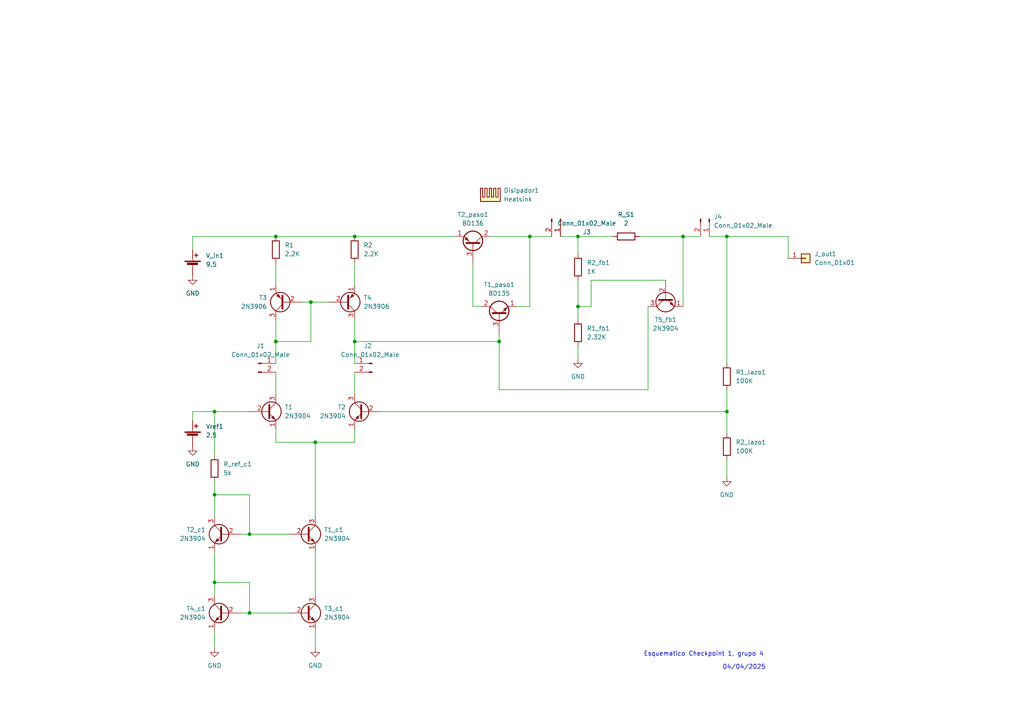
<source format=kicad_sch>
(kicad_sch (version 20211123) (generator eeschema)

  (uuid c0c98a60-d231-4430-b97d-72aee9277589)

  (paper "A4")

  (lib_symbols
    (symbol "Connector:Conn_01x02_Male" (pin_names (offset 1.016) hide) (in_bom yes) (on_board yes)
      (property "Reference" "J" (id 0) (at 0 2.54 0)
        (effects (font (size 1.27 1.27)))
      )
      (property "Value" "Conn_01x02_Male" (id 1) (at 0 -5.08 0)
        (effects (font (size 1.27 1.27)))
      )
      (property "Footprint" "" (id 2) (at 0 0 0)
        (effects (font (size 1.27 1.27)) hide)
      )
      (property "Datasheet" "~" (id 3) (at 0 0 0)
        (effects (font (size 1.27 1.27)) hide)
      )
      (property "ki_keywords" "connector" (id 4) (at 0 0 0)
        (effects (font (size 1.27 1.27)) hide)
      )
      (property "ki_description" "Generic connector, single row, 01x02, script generated (kicad-library-utils/schlib/autogen/connector/)" (id 5) (at 0 0 0)
        (effects (font (size 1.27 1.27)) hide)
      )
      (property "ki_fp_filters" "Connector*:*_1x??_*" (id 6) (at 0 0 0)
        (effects (font (size 1.27 1.27)) hide)
      )
      (symbol "Conn_01x02_Male_1_1"
        (polyline
          (pts
            (xy 1.27 -2.54)
            (xy 0.8636 -2.54)
          )
          (stroke (width 0.1524) (type default) (color 0 0 0 0))
          (fill (type none))
        )
        (polyline
          (pts
            (xy 1.27 0)
            (xy 0.8636 0)
          )
          (stroke (width 0.1524) (type default) (color 0 0 0 0))
          (fill (type none))
        )
        (rectangle (start 0.8636 -2.413) (end 0 -2.667)
          (stroke (width 0.1524) (type default) (color 0 0 0 0))
          (fill (type outline))
        )
        (rectangle (start 0.8636 0.127) (end 0 -0.127)
          (stroke (width 0.1524) (type default) (color 0 0 0 0))
          (fill (type outline))
        )
        (pin passive line (at 5.08 0 180) (length 3.81)
          (name "Pin_1" (effects (font (size 1.27 1.27))))
          (number "1" (effects (font (size 1.27 1.27))))
        )
        (pin passive line (at 5.08 -2.54 180) (length 3.81)
          (name "Pin_2" (effects (font (size 1.27 1.27))))
          (number "2" (effects (font (size 1.27 1.27))))
        )
      )
    )
    (symbol "Connector_Generic:Conn_01x01" (pin_names (offset 1.016) hide) (in_bom yes) (on_board yes)
      (property "Reference" "J" (id 0) (at 0 2.54 0)
        (effects (font (size 1.27 1.27)))
      )
      (property "Value" "Conn_01x01" (id 1) (at 0 -2.54 0)
        (effects (font (size 1.27 1.27)))
      )
      (property "Footprint" "" (id 2) (at 0 0 0)
        (effects (font (size 1.27 1.27)) hide)
      )
      (property "Datasheet" "~" (id 3) (at 0 0 0)
        (effects (font (size 1.27 1.27)) hide)
      )
      (property "ki_keywords" "connector" (id 4) (at 0 0 0)
        (effects (font (size 1.27 1.27)) hide)
      )
      (property "ki_description" "Generic connector, single row, 01x01, script generated (kicad-library-utils/schlib/autogen/connector/)" (id 5) (at 0 0 0)
        (effects (font (size 1.27 1.27)) hide)
      )
      (property "ki_fp_filters" "Connector*:*_1x??_*" (id 6) (at 0 0 0)
        (effects (font (size 1.27 1.27)) hide)
      )
      (symbol "Conn_01x01_1_1"
        (rectangle (start -1.27 0.127) (end 0 -0.127)
          (stroke (width 0.1524) (type default) (color 0 0 0 0))
          (fill (type none))
        )
        (rectangle (start -1.27 1.27) (end 1.27 -1.27)
          (stroke (width 0.254) (type default) (color 0 0 0 0))
          (fill (type background))
        )
        (pin passive line (at -5.08 0 0) (length 3.81)
          (name "Pin_1" (effects (font (size 1.27 1.27))))
          (number "1" (effects (font (size 1.27 1.27))))
        )
      )
    )
    (symbol "Device:Battery_Cell" (pin_numbers hide) (pin_names (offset 0) hide) (in_bom yes) (on_board yes)
      (property "Reference" "BT" (id 0) (at 2.54 2.54 0)
        (effects (font (size 1.27 1.27)) (justify left))
      )
      (property "Value" "Battery_Cell" (id 1) (at 2.54 0 0)
        (effects (font (size 1.27 1.27)) (justify left))
      )
      (property "Footprint" "" (id 2) (at 0 1.524 90)
        (effects (font (size 1.27 1.27)) hide)
      )
      (property "Datasheet" "~" (id 3) (at 0 1.524 90)
        (effects (font (size 1.27 1.27)) hide)
      )
      (property "ki_keywords" "battery cell" (id 4) (at 0 0 0)
        (effects (font (size 1.27 1.27)) hide)
      )
      (property "ki_description" "Single-cell battery" (id 5) (at 0 0 0)
        (effects (font (size 1.27 1.27)) hide)
      )
      (symbol "Battery_Cell_0_1"
        (rectangle (start -2.286 1.778) (end 2.286 1.524)
          (stroke (width 0) (type default) (color 0 0 0 0))
          (fill (type outline))
        )
        (rectangle (start -1.5748 1.1938) (end 1.4732 0.6858)
          (stroke (width 0) (type default) (color 0 0 0 0))
          (fill (type outline))
        )
        (polyline
          (pts
            (xy 0 0.762)
            (xy 0 0)
          )
          (stroke (width 0) (type default) (color 0 0 0 0))
          (fill (type none))
        )
        (polyline
          (pts
            (xy 0 1.778)
            (xy 0 2.54)
          )
          (stroke (width 0) (type default) (color 0 0 0 0))
          (fill (type none))
        )
        (polyline
          (pts
            (xy 0.508 3.429)
            (xy 1.524 3.429)
          )
          (stroke (width 0.254) (type default) (color 0 0 0 0))
          (fill (type none))
        )
        (polyline
          (pts
            (xy 1.016 3.937)
            (xy 1.016 2.921)
          )
          (stroke (width 0.254) (type default) (color 0 0 0 0))
          (fill (type none))
        )
      )
      (symbol "Battery_Cell_1_1"
        (pin passive line (at 0 5.08 270) (length 2.54)
          (name "+" (effects (font (size 1.27 1.27))))
          (number "1" (effects (font (size 1.27 1.27))))
        )
        (pin passive line (at 0 -2.54 90) (length 2.54)
          (name "-" (effects (font (size 1.27 1.27))))
          (number "2" (effects (font (size 1.27 1.27))))
        )
      )
    )
    (symbol "Device:R" (pin_numbers hide) (pin_names (offset 0)) (in_bom yes) (on_board yes)
      (property "Reference" "R" (id 0) (at 2.032 0 90)
        (effects (font (size 1.27 1.27)))
      )
      (property "Value" "R" (id 1) (at 0 0 90)
        (effects (font (size 1.27 1.27)))
      )
      (property "Footprint" "" (id 2) (at -1.778 0 90)
        (effects (font (size 1.27 1.27)) hide)
      )
      (property "Datasheet" "~" (id 3) (at 0 0 0)
        (effects (font (size 1.27 1.27)) hide)
      )
      (property "ki_keywords" "R res resistor" (id 4) (at 0 0 0)
        (effects (font (size 1.27 1.27)) hide)
      )
      (property "ki_description" "Resistor" (id 5) (at 0 0 0)
        (effects (font (size 1.27 1.27)) hide)
      )
      (property "ki_fp_filters" "R_*" (id 6) (at 0 0 0)
        (effects (font (size 1.27 1.27)) hide)
      )
      (symbol "R_0_1"
        (rectangle (start -1.016 -2.54) (end 1.016 2.54)
          (stroke (width 0.254) (type default) (color 0 0 0 0))
          (fill (type none))
        )
      )
      (symbol "R_1_1"
        (pin passive line (at 0 3.81 270) (length 1.27)
          (name "~" (effects (font (size 1.27 1.27))))
          (number "1" (effects (font (size 1.27 1.27))))
        )
        (pin passive line (at 0 -3.81 90) (length 1.27)
          (name "~" (effects (font (size 1.27 1.27))))
          (number "2" (effects (font (size 1.27 1.27))))
        )
      )
    )
    (symbol "Mechanical:Heatsink" (pin_names (offset 1.016)) (in_bom yes) (on_board yes)
      (property "Reference" "HS" (id 0) (at 0 5.08 0)
        (effects (font (size 1.27 1.27)))
      )
      (property "Value" "Heatsink" (id 1) (at 0 -1.27 0)
        (effects (font (size 1.27 1.27)))
      )
      (property "Footprint" "" (id 2) (at 0.3048 0 0)
        (effects (font (size 1.27 1.27)) hide)
      )
      (property "Datasheet" "~" (id 3) (at 0.3048 0 0)
        (effects (font (size 1.27 1.27)) hide)
      )
      (property "ki_keywords" "thermal heat temperature" (id 4) (at 0 0 0)
        (effects (font (size 1.27 1.27)) hide)
      )
      (property "ki_description" "Heatsink" (id 5) (at 0 0 0)
        (effects (font (size 1.27 1.27)) hide)
      )
      (property "ki_fp_filters" "Heatsink_*" (id 6) (at 0 0 0)
        (effects (font (size 1.27 1.27)) hide)
      )
      (symbol "Heatsink_0_1"
        (polyline
          (pts
            (xy -0.3302 1.27)
            (xy -0.9652 1.27)
            (xy -0.9652 3.81)
            (xy -1.6002 3.81)
            (xy -1.6002 1.27)
            (xy -2.2352 1.27)
            (xy -2.2352 3.81)
            (xy -2.8702 3.81)
            (xy -2.8702 0)
            (xy -0.9652 0)
          )
          (stroke (width 0.254) (type default) (color 0 0 0 0))
          (fill (type background))
        )
        (polyline
          (pts
            (xy -0.3302 1.27)
            (xy -0.3302 3.81)
            (xy 0.3048 3.81)
            (xy 0.3048 1.27)
            (xy 0.9398 1.27)
            (xy 0.9398 3.81)
            (xy 1.5748 3.81)
            (xy 1.5748 1.27)
            (xy 2.2098 1.27)
            (xy 2.2098 3.81)
            (xy 2.8448 3.81)
            (xy 2.8448 0)
            (xy -0.9652 0)
          )
          (stroke (width 0.254) (type default) (color 0 0 0 0))
          (fill (type background))
        )
      )
    )
    (symbol "Transistor_BJT:2N3904" (pin_names (offset 0) hide) (in_bom yes) (on_board yes)
      (property "Reference" "Q" (id 0) (at 5.08 1.905 0)
        (effects (font (size 1.27 1.27)) (justify left))
      )
      (property "Value" "2N3904" (id 1) (at 5.08 0 0)
        (effects (font (size 1.27 1.27)) (justify left))
      )
      (property "Footprint" "Package_TO_SOT_THT:TO-92_Inline" (id 2) (at 5.08 -1.905 0)
        (effects (font (size 1.27 1.27) italic) (justify left) hide)
      )
      (property "Datasheet" "https://www.onsemi.com/pub/Collateral/2N3903-D.PDF" (id 3) (at 0 0 0)
        (effects (font (size 1.27 1.27)) (justify left) hide)
      )
      (property "ki_keywords" "NPN Transistor" (id 4) (at 0 0 0)
        (effects (font (size 1.27 1.27)) hide)
      )
      (property "ki_description" "0.2A Ic, 40V Vce, Small Signal NPN Transistor, TO-92" (id 5) (at 0 0 0)
        (effects (font (size 1.27 1.27)) hide)
      )
      (property "ki_fp_filters" "TO?92*" (id 6) (at 0 0 0)
        (effects (font (size 1.27 1.27)) hide)
      )
      (symbol "2N3904_0_1"
        (polyline
          (pts
            (xy 0.635 0.635)
            (xy 2.54 2.54)
          )
          (stroke (width 0) (type default) (color 0 0 0 0))
          (fill (type none))
        )
        (polyline
          (pts
            (xy 0.635 -0.635)
            (xy 2.54 -2.54)
            (xy 2.54 -2.54)
          )
          (stroke (width 0) (type default) (color 0 0 0 0))
          (fill (type none))
        )
        (polyline
          (pts
            (xy 0.635 1.905)
            (xy 0.635 -1.905)
            (xy 0.635 -1.905)
          )
          (stroke (width 0.508) (type default) (color 0 0 0 0))
          (fill (type none))
        )
        (polyline
          (pts
            (xy 1.27 -1.778)
            (xy 1.778 -1.27)
            (xy 2.286 -2.286)
            (xy 1.27 -1.778)
            (xy 1.27 -1.778)
          )
          (stroke (width 0) (type default) (color 0 0 0 0))
          (fill (type outline))
        )
        (circle (center 1.27 0) (radius 2.8194)
          (stroke (width 0.254) (type default) (color 0 0 0 0))
          (fill (type none))
        )
      )
      (symbol "2N3904_1_1"
        (pin passive line (at 2.54 -5.08 90) (length 2.54)
          (name "E" (effects (font (size 1.27 1.27))))
          (number "1" (effects (font (size 1.27 1.27))))
        )
        (pin passive line (at -5.08 0 0) (length 5.715)
          (name "B" (effects (font (size 1.27 1.27))))
          (number "2" (effects (font (size 1.27 1.27))))
        )
        (pin passive line (at 2.54 5.08 270) (length 2.54)
          (name "C" (effects (font (size 1.27 1.27))))
          (number "3" (effects (font (size 1.27 1.27))))
        )
      )
    )
    (symbol "Transistor_BJT:2N3906" (pin_names (offset 0) hide) (in_bom yes) (on_board yes)
      (property "Reference" "Q" (id 0) (at 5.08 1.905 0)
        (effects (font (size 1.27 1.27)) (justify left))
      )
      (property "Value" "2N3906" (id 1) (at 5.08 0 0)
        (effects (font (size 1.27 1.27)) (justify left))
      )
      (property "Footprint" "Package_TO_SOT_THT:TO-92_Inline" (id 2) (at 5.08 -1.905 0)
        (effects (font (size 1.27 1.27) italic) (justify left) hide)
      )
      (property "Datasheet" "https://www.onsemi.com/pub/Collateral/2N3906-D.PDF" (id 3) (at 0 0 0)
        (effects (font (size 1.27 1.27)) (justify left) hide)
      )
      (property "ki_keywords" "PNP Transistor" (id 4) (at 0 0 0)
        (effects (font (size 1.27 1.27)) hide)
      )
      (property "ki_description" "-0.2A Ic, -40V Vce, Small Signal PNP Transistor, TO-92" (id 5) (at 0 0 0)
        (effects (font (size 1.27 1.27)) hide)
      )
      (property "ki_fp_filters" "TO?92*" (id 6) (at 0 0 0)
        (effects (font (size 1.27 1.27)) hide)
      )
      (symbol "2N3906_0_1"
        (polyline
          (pts
            (xy 0.635 0.635)
            (xy 2.54 2.54)
          )
          (stroke (width 0) (type default) (color 0 0 0 0))
          (fill (type none))
        )
        (polyline
          (pts
            (xy 0.635 -0.635)
            (xy 2.54 -2.54)
            (xy 2.54 -2.54)
          )
          (stroke (width 0) (type default) (color 0 0 0 0))
          (fill (type none))
        )
        (polyline
          (pts
            (xy 0.635 1.905)
            (xy 0.635 -1.905)
            (xy 0.635 -1.905)
          )
          (stroke (width 0.508) (type default) (color 0 0 0 0))
          (fill (type none))
        )
        (polyline
          (pts
            (xy 2.286 -1.778)
            (xy 1.778 -2.286)
            (xy 1.27 -1.27)
            (xy 2.286 -1.778)
            (xy 2.286 -1.778)
          )
          (stroke (width 0) (type default) (color 0 0 0 0))
          (fill (type outline))
        )
        (circle (center 1.27 0) (radius 2.8194)
          (stroke (width 0.254) (type default) (color 0 0 0 0))
          (fill (type none))
        )
      )
      (symbol "2N3906_1_1"
        (pin passive line (at 2.54 -5.08 90) (length 2.54)
          (name "E" (effects (font (size 1.27 1.27))))
          (number "1" (effects (font (size 1.27 1.27))))
        )
        (pin input line (at -5.08 0 0) (length 5.715)
          (name "B" (effects (font (size 1.27 1.27))))
          (number "2" (effects (font (size 1.27 1.27))))
        )
        (pin passive line (at 2.54 5.08 270) (length 2.54)
          (name "C" (effects (font (size 1.27 1.27))))
          (number "3" (effects (font (size 1.27 1.27))))
        )
      )
    )
    (symbol "Transistor_BJT:BD135" (pin_names (offset 0) hide) (in_bom yes) (on_board yes)
      (property "Reference" "Q" (id 0) (at 5.08 1.905 0)
        (effects (font (size 1.27 1.27)) (justify left))
      )
      (property "Value" "BD135" (id 1) (at 5.08 0 0)
        (effects (font (size 1.27 1.27)) (justify left))
      )
      (property "Footprint" "Package_TO_SOT_THT:TO-126-3_Vertical" (id 2) (at 5.08 -1.905 0)
        (effects (font (size 1.27 1.27) italic) (justify left) hide)
      )
      (property "Datasheet" "http://www.st.com/internet/com/TECHNICAL_RESOURCES/TECHNICAL_LITERATURE/DATASHEET/CD00001225.pdf" (id 3) (at 0 0 0)
        (effects (font (size 1.27 1.27)) (justify left) hide)
      )
      (property "ki_keywords" "Low Voltage Transistor" (id 4) (at 0 0 0)
        (effects (font (size 1.27 1.27)) hide)
      )
      (property "ki_description" "1.5A Ic, 45V Vce, Low Voltage Transistor, TO-126" (id 5) (at 0 0 0)
        (effects (font (size 1.27 1.27)) hide)
      )
      (property "ki_fp_filters" "TO?126*" (id 6) (at 0 0 0)
        (effects (font (size 1.27 1.27)) hide)
      )
      (symbol "BD135_0_1"
        (polyline
          (pts
            (xy 0 0)
            (xy 0.635 0)
          )
          (stroke (width 0) (type default) (color 0 0 0 0))
          (fill (type none))
        )
        (polyline
          (pts
            (xy 2.54 -2.54)
            (xy 0.635 -0.635)
          )
          (stroke (width 0) (type default) (color 0 0 0 0))
          (fill (type none))
        )
        (polyline
          (pts
            (xy 2.54 2.54)
            (xy 0.635 0.635)
          )
          (stroke (width 0) (type default) (color 0 0 0 0))
          (fill (type none))
        )
        (polyline
          (pts
            (xy 0.635 1.905)
            (xy 0.635 -1.905)
            (xy 0.635 -1.905)
          )
          (stroke (width 0.508) (type default) (color 0 0 0 0))
          (fill (type outline))
        )
        (polyline
          (pts
            (xy 1.2446 -1.778)
            (xy 1.7526 -1.27)
            (xy 2.286 -2.286)
            (xy 1.2446 -1.778)
            (xy 1.2446 -1.778)
          )
          (stroke (width 0) (type default) (color 0 0 0 0))
          (fill (type outline))
        )
        (circle (center 1.27 0) (radius 2.8194)
          (stroke (width 0.3048) (type default) (color 0 0 0 0))
          (fill (type none))
        )
      )
      (symbol "BD135_1_1"
        (pin passive line (at 2.54 -5.08 90) (length 2.54)
          (name "E" (effects (font (size 1.27 1.27))))
          (number "1" (effects (font (size 1.27 1.27))))
        )
        (pin passive line (at 2.54 5.08 270) (length 2.54)
          (name "C" (effects (font (size 1.27 1.27))))
          (number "2" (effects (font (size 1.27 1.27))))
        )
        (pin input line (at -5.08 0 0) (length 5.08)
          (name "B" (effects (font (size 1.27 1.27))))
          (number "3" (effects (font (size 1.27 1.27))))
        )
      )
    )
    (symbol "Transistor_BJT:BD136" (pin_names (offset 0) hide) (in_bom yes) (on_board yes)
      (property "Reference" "Q" (id 0) (at 5.08 1.905 0)
        (effects (font (size 1.27 1.27)) (justify left))
      )
      (property "Value" "BD136" (id 1) (at 5.08 0 0)
        (effects (font (size 1.27 1.27)) (justify left))
      )
      (property "Footprint" "Package_TO_SOT_THT:TO-126-3_Vertical" (id 2) (at 5.08 -1.905 0)
        (effects (font (size 1.27 1.27) italic) (justify left) hide)
      )
      (property "Datasheet" "http://www.st.com/internet/com/TECHNICAL_RESOURCES/TECHNICAL_LITERATURE/DATASHEET/CD00001225.pdf" (id 3) (at 0 0 0)
        (effects (font (size 1.27 1.27)) (justify left) hide)
      )
      (property "ki_keywords" "Low Voltage Transistor" (id 4) (at 0 0 0)
        (effects (font (size 1.27 1.27)) hide)
      )
      (property "ki_description" "1.5A Ic, 45V Vce, Low Voltage Transistor, TO-126" (id 5) (at 0 0 0)
        (effects (font (size 1.27 1.27)) hide)
      )
      (property "ki_fp_filters" "TO?126*" (id 6) (at 0 0 0)
        (effects (font (size 1.27 1.27)) hide)
      )
      (symbol "BD136_0_1"
        (polyline
          (pts
            (xy 0 0)
            (xy 0.635 0)
          )
          (stroke (width 0) (type default) (color 0 0 0 0))
          (fill (type none))
        )
        (polyline
          (pts
            (xy 2.54 -2.54)
            (xy 0.635 -0.635)
          )
          (stroke (width 0) (type default) (color 0 0 0 0))
          (fill (type none))
        )
        (polyline
          (pts
            (xy 2.54 2.54)
            (xy 0.635 0.635)
          )
          (stroke (width 0) (type default) (color 0 0 0 0))
          (fill (type none))
        )
        (polyline
          (pts
            (xy 0.635 1.905)
            (xy 0.635 -1.905)
            (xy 0.635 -1.905)
          )
          (stroke (width 0.508) (type default) (color 0 0 0 0))
          (fill (type outline))
        )
        (polyline
          (pts
            (xy 1.778 -2.286)
            (xy 2.286 -1.778)
            (xy 1.27 -1.27)
            (xy 1.778 -2.286)
            (xy 1.778 -2.286)
          )
          (stroke (width 0) (type default) (color 0 0 0 0))
          (fill (type outline))
        )
        (circle (center 1.27 0) (radius 2.8194)
          (stroke (width 0.3048) (type default) (color 0 0 0 0))
          (fill (type none))
        )
      )
      (symbol "BD136_1_1"
        (pin passive line (at 2.54 -5.08 90) (length 2.54)
          (name "E" (effects (font (size 1.27 1.27))))
          (number "1" (effects (font (size 1.27 1.27))))
        )
        (pin passive line (at 2.54 5.08 270) (length 2.54)
          (name "C" (effects (font (size 1.27 1.27))))
          (number "2" (effects (font (size 1.27 1.27))))
        )
        (pin input line (at -5.08 0 0) (length 5.08)
          (name "B" (effects (font (size 1.27 1.27))))
          (number "3" (effects (font (size 1.27 1.27))))
        )
      )
    )
    (symbol "power:GND" (power) (pin_names (offset 0)) (in_bom yes) (on_board yes)
      (property "Reference" "#PWR" (id 0) (at 0 -6.35 0)
        (effects (font (size 1.27 1.27)) hide)
      )
      (property "Value" "GND" (id 1) (at 0 -3.81 0)
        (effects (font (size 1.27 1.27)))
      )
      (property "Footprint" "" (id 2) (at 0 0 0)
        (effects (font (size 1.27 1.27)) hide)
      )
      (property "Datasheet" "" (id 3) (at 0 0 0)
        (effects (font (size 1.27 1.27)) hide)
      )
      (property "ki_keywords" "power-flag" (id 4) (at 0 0 0)
        (effects (font (size 1.27 1.27)) hide)
      )
      (property "ki_description" "Power symbol creates a global label with name \"GND\" , ground" (id 5) (at 0 0 0)
        (effects (font (size 1.27 1.27)) hide)
      )
      (symbol "GND_0_1"
        (polyline
          (pts
            (xy 0 0)
            (xy 0 -1.27)
            (xy 1.27 -1.27)
            (xy 0 -2.54)
            (xy -1.27 -1.27)
            (xy 0 -1.27)
          )
          (stroke (width 0) (type default) (color 0 0 0 0))
          (fill (type none))
        )
      )
      (symbol "GND_1_1"
        (pin power_in line (at 0 0 270) (length 0) hide
          (name "GND" (effects (font (size 1.27 1.27))))
          (number "1" (effects (font (size 1.27 1.27))))
        )
      )
    )
  )

  (junction (at 210.82 68.58) (diameter 0) (color 0 0 0 0)
    (uuid 0312c6f6-af96-4944-9429-0a05d48a1fe7)
  )
  (junction (at 62.23 143.51) (diameter 0) (color 0 0 0 0)
    (uuid 182fb48a-7dd4-494d-97e2-ef3251b97c4c)
  )
  (junction (at 102.87 68.58) (diameter 0) (color 0 0 0 0)
    (uuid 1eb742ce-29ab-4476-8c2d-73535b88dc73)
  )
  (junction (at 153.67 68.58) (diameter 0) (color 0 0 0 0)
    (uuid 235dae2a-f406-4ca8-a7bc-847adb43e019)
  )
  (junction (at 167.64 88.9) (diameter 0) (color 0 0 0 0)
    (uuid 2b6e90ac-ee49-4f62-afa2-79c774874c88)
  )
  (junction (at 72.39 177.8) (diameter 0) (color 0 0 0 0)
    (uuid 35d121f3-991c-469e-a98c-a4f140d696cd)
  )
  (junction (at 102.87 99.06) (diameter 0) (color 0 0 0 0)
    (uuid 3acb17a0-a18a-4b7f-b563-30207388bb18)
  )
  (junction (at 62.23 168.91) (diameter 0) (color 0 0 0 0)
    (uuid 5423d7f2-c4f9-4ca5-86e2-43051fa0fbd4)
  )
  (junction (at 80.01 99.06) (diameter 0) (color 0 0 0 0)
    (uuid 6c0265af-8c2a-4ad7-853f-1b15a3202b88)
  )
  (junction (at 91.44 128.27) (diameter 0) (color 0 0 0 0)
    (uuid 74dbbd3f-49bc-4bd2-b8e1-623ee92fd385)
  )
  (junction (at 72.39 154.94) (diameter 0) (color 0 0 0 0)
    (uuid 84e7eea2-4970-4b24-8486-9d15ff1ed7bd)
  )
  (junction (at 167.64 68.58) (diameter 0) (color 0 0 0 0)
    (uuid 92e5d519-f1ed-4281-b145-a783adf557a5)
  )
  (junction (at 62.23 119.38) (diameter 0) (color 0 0 0 0)
    (uuid 9384ac7b-2eb9-44c3-9bd7-c9b61e074d48)
  )
  (junction (at 80.01 68.58) (diameter 0) (color 0 0 0 0)
    (uuid aec9588c-6189-4dff-8fcd-44216709e6c6)
  )
  (junction (at 198.12 68.58) (diameter 0) (color 0 0 0 0)
    (uuid c0a43966-6b22-458b-8f4b-81a875cc7f8d)
  )
  (junction (at 210.82 119.38) (diameter 0) (color 0 0 0 0)
    (uuid d21f66be-f729-4f10-a6ca-4d54257033ed)
  )
  (junction (at 144.78 99.06) (diameter 0) (color 0 0 0 0)
    (uuid ede3782b-6e94-417d-8832-59d5c2da21a5)
  )
  (junction (at 90.17 87.63) (diameter 0) (color 0 0 0 0)
    (uuid f3cd5f98-4b93-4390-90df-6d5f529e3d14)
  )

  (wire (pts (xy 228.6 68.58) (xy 228.6 74.93))
    (stroke (width 0) (type default) (color 0 0 0 0))
    (uuid 0094944d-7c17-4304-b360-b6967a80f775)
  )
  (wire (pts (xy 185.42 68.58) (xy 198.12 68.58))
    (stroke (width 0) (type default) (color 0 0 0 0))
    (uuid 0157a4af-0ace-49b7-8793-2b0171f3ead5)
  )
  (wire (pts (xy 142.24 68.58) (xy 153.67 68.58))
    (stroke (width 0) (type default) (color 0 0 0 0))
    (uuid 03262bd2-ca9f-42e4-b8da-7725a0f23fc3)
  )
  (wire (pts (xy 55.88 119.38) (xy 62.23 119.38))
    (stroke (width 0) (type default) (color 0 0 0 0))
    (uuid 03e1786e-6b6f-4377-9d52-440f4f73cb3e)
  )
  (wire (pts (xy 72.39 168.91) (xy 72.39 177.8))
    (stroke (width 0) (type default) (color 0 0 0 0))
    (uuid 04fab988-7e49-4f9f-865c-e09692357da1)
  )
  (wire (pts (xy 62.23 143.51) (xy 72.39 143.51))
    (stroke (width 0) (type default) (color 0 0 0 0))
    (uuid 11b71e97-7707-4d93-8a1a-fa4fccf7e872)
  )
  (wire (pts (xy 137.16 88.9) (xy 139.7 88.9))
    (stroke (width 0) (type default) (color 0 0 0 0))
    (uuid 132dc557-3571-47b3-9a40-4a43b6d778af)
  )
  (wire (pts (xy 110.49 119.38) (xy 210.82 119.38))
    (stroke (width 0) (type default) (color 0 0 0 0))
    (uuid 1e0183ce-5ce4-4727-a123-ee1d81a10ca3)
  )
  (wire (pts (xy 153.67 88.9) (xy 149.86 88.9))
    (stroke (width 0) (type default) (color 0 0 0 0))
    (uuid 247b494c-a860-45e9-9df0-a1d543685e17)
  )
  (wire (pts (xy 72.39 143.51) (xy 72.39 154.94))
    (stroke (width 0) (type default) (color 0 0 0 0))
    (uuid 2942d5c1-f058-4ded-9891-0872246dba37)
  )
  (wire (pts (xy 153.67 68.58) (xy 153.67 88.9))
    (stroke (width 0) (type default) (color 0 0 0 0))
    (uuid 29b321a1-8f1e-409d-8c58-6f10d667c199)
  )
  (wire (pts (xy 80.01 99.06) (xy 90.17 99.06))
    (stroke (width 0) (type default) (color 0 0 0 0))
    (uuid 2ae86146-7604-4f71-83ca-86ff4d0b51f0)
  )
  (wire (pts (xy 62.23 160.02) (xy 62.23 168.91))
    (stroke (width 0) (type default) (color 0 0 0 0))
    (uuid 2e92f3d6-f118-4596-8312-11e84896300f)
  )
  (wire (pts (xy 62.23 119.38) (xy 72.39 119.38))
    (stroke (width 0) (type default) (color 0 0 0 0))
    (uuid 2ea022b9-26f5-4056-b633-eb4ec3c51050)
  )
  (wire (pts (xy 62.23 168.91) (xy 72.39 168.91))
    (stroke (width 0) (type default) (color 0 0 0 0))
    (uuid 362a6bc9-3a3a-41ab-943c-bc0f071e18e9)
  )
  (wire (pts (xy 80.01 92.71) (xy 80.01 99.06))
    (stroke (width 0) (type default) (color 0 0 0 0))
    (uuid 3751e4ef-8366-4753-ab3c-68e08f8e135a)
  )
  (wire (pts (xy 167.64 81.28) (xy 167.64 88.9))
    (stroke (width 0) (type default) (color 0 0 0 0))
    (uuid 387489df-ecf1-4ca7-94f7-68dcd440b83d)
  )
  (wire (pts (xy 102.87 124.46) (xy 102.87 128.27))
    (stroke (width 0) (type default) (color 0 0 0 0))
    (uuid 388add46-81e0-4101-8253-d301b301b281)
  )
  (wire (pts (xy 80.01 76.2) (xy 80.01 82.55))
    (stroke (width 0) (type default) (color 0 0 0 0))
    (uuid 3d89d070-3baa-472b-bd15-3841c3d6f25b)
  )
  (wire (pts (xy 62.23 119.38) (xy 62.23 132.08))
    (stroke (width 0) (type default) (color 0 0 0 0))
    (uuid 4f35b48c-5e0c-464d-bb75-775089b13851)
  )
  (wire (pts (xy 102.87 68.58) (xy 132.08 68.58))
    (stroke (width 0) (type default) (color 0 0 0 0))
    (uuid 53c8d44a-0376-4af5-aef5-e09e0bd301b9)
  )
  (wire (pts (xy 55.88 68.58) (xy 80.01 68.58))
    (stroke (width 0) (type default) (color 0 0 0 0))
    (uuid 54d79bb2-b97c-4149-bb23-6a68afeb1fc3)
  )
  (wire (pts (xy 210.82 119.38) (xy 210.82 125.73))
    (stroke (width 0) (type default) (color 0 0 0 0))
    (uuid 5784ef35-e167-4efe-86f8-7166e93389cc)
  )
  (wire (pts (xy 102.87 107.95) (xy 102.87 114.3))
    (stroke (width 0) (type default) (color 0 0 0 0))
    (uuid 57c50930-9e98-4cbb-aea5-e95963cac1dc)
  )
  (wire (pts (xy 210.82 68.58) (xy 210.82 105.41))
    (stroke (width 0) (type default) (color 0 0 0 0))
    (uuid 5c12b91e-cace-4e2b-ba14-4f8f7330ed88)
  )
  (wire (pts (xy 171.45 88.9) (xy 167.64 88.9))
    (stroke (width 0) (type default) (color 0 0 0 0))
    (uuid 5ce8a210-3e55-4ff3-8172-318373295ade)
  )
  (wire (pts (xy 69.85 154.94) (xy 72.39 154.94))
    (stroke (width 0) (type default) (color 0 0 0 0))
    (uuid 5e22afff-c877-4a7b-bbb1-ebf8aa457121)
  )
  (wire (pts (xy 162.56 68.58) (xy 167.64 68.58))
    (stroke (width 0) (type default) (color 0 0 0 0))
    (uuid 5e570694-0aa4-48ed-b1eb-708cb2559000)
  )
  (wire (pts (xy 210.82 133.35) (xy 210.82 138.43))
    (stroke (width 0) (type default) (color 0 0 0 0))
    (uuid 681a90ca-3f7b-4e6b-943a-ea542fd37e29)
  )
  (wire (pts (xy 55.88 121.92) (xy 55.88 119.38))
    (stroke (width 0) (type default) (color 0 0 0 0))
    (uuid 68816bee-bb6c-4192-8055-770b20437a65)
  )
  (wire (pts (xy 102.87 92.71) (xy 102.87 99.06))
    (stroke (width 0) (type default) (color 0 0 0 0))
    (uuid 79c52016-aefd-441d-881f-44a38af43351)
  )
  (wire (pts (xy 72.39 154.94) (xy 83.82 154.94))
    (stroke (width 0) (type default) (color 0 0 0 0))
    (uuid 7a8bbfaf-8eeb-4adc-a65c-e92c7e85e009)
  )
  (wire (pts (xy 187.96 113.03) (xy 144.78 113.03))
    (stroke (width 0) (type default) (color 0 0 0 0))
    (uuid 7dd35d47-7bcc-4bef-875b-2d7c81fa5509)
  )
  (wire (pts (xy 210.82 113.03) (xy 210.82 119.38))
    (stroke (width 0) (type default) (color 0 0 0 0))
    (uuid 810ace40-bfaa-4a4f-8325-deb706665f1a)
  )
  (wire (pts (xy 80.01 124.46) (xy 80.01 128.27))
    (stroke (width 0) (type default) (color 0 0 0 0))
    (uuid 810b6a94-a188-4bdb-9b7e-8189b64c4d06)
  )
  (wire (pts (xy 69.85 177.8) (xy 72.39 177.8))
    (stroke (width 0) (type default) (color 0 0 0 0))
    (uuid 817512af-fa97-4d6d-bf08-d6c24e85c646)
  )
  (wire (pts (xy 187.96 88.9) (xy 187.96 113.03))
    (stroke (width 0) (type default) (color 0 0 0 0))
    (uuid 88a83c82-2964-4b15-8852-d49e401fdb88)
  )
  (wire (pts (xy 205.74 68.58) (xy 210.82 68.58))
    (stroke (width 0) (type default) (color 0 0 0 0))
    (uuid 8c700802-8606-480d-b83d-d75ed7daf383)
  )
  (wire (pts (xy 87.63 87.63) (xy 90.17 87.63))
    (stroke (width 0) (type default) (color 0 0 0 0))
    (uuid 8d86f0f9-57f1-4546-b7fa-3454118bc10e)
  )
  (wire (pts (xy 153.67 68.58) (xy 160.02 68.58))
    (stroke (width 0) (type default) (color 0 0 0 0))
    (uuid 8e29b3e4-8e72-44f1-b227-f0717a017f31)
  )
  (wire (pts (xy 62.23 182.88) (xy 62.23 187.96))
    (stroke (width 0) (type default) (color 0 0 0 0))
    (uuid 9328b81f-4e7b-438b-9699-14b378cc44e9)
  )
  (wire (pts (xy 137.16 76.2) (xy 137.16 88.9))
    (stroke (width 0) (type default) (color 0 0 0 0))
    (uuid 96d6ba50-2967-4de2-9442-f12429630654)
  )
  (wire (pts (xy 144.78 113.03) (xy 144.78 99.06))
    (stroke (width 0) (type default) (color 0 0 0 0))
    (uuid 97e8f5ed-123a-4c63-bc68-760dcc9ffa58)
  )
  (wire (pts (xy 144.78 99.06) (xy 102.87 99.06))
    (stroke (width 0) (type default) (color 0 0 0 0))
    (uuid 98811cf6-f36c-41ed-982f-198e256d28dc)
  )
  (wire (pts (xy 62.23 149.86) (xy 62.23 143.51))
    (stroke (width 0) (type default) (color 0 0 0 0))
    (uuid 9e8cc2fe-180b-4f4d-9622-feca2b51c7e1)
  )
  (wire (pts (xy 167.64 88.9) (xy 167.64 92.71))
    (stroke (width 0) (type default) (color 0 0 0 0))
    (uuid a2e72d9c-6ac3-4e34-853a-fd45906064f4)
  )
  (wire (pts (xy 167.64 68.58) (xy 167.64 73.66))
    (stroke (width 0) (type default) (color 0 0 0 0))
    (uuid a5aabfb5-c287-425e-b163-a18b1e009080)
  )
  (wire (pts (xy 80.01 99.06) (xy 80.01 105.41))
    (stroke (width 0) (type default) (color 0 0 0 0))
    (uuid abae3c13-84b3-4da3-9b77-b4c2611d6390)
  )
  (wire (pts (xy 62.23 139.7) (xy 62.23 143.51))
    (stroke (width 0) (type default) (color 0 0 0 0))
    (uuid acfcf1e0-f92e-4015-92f4-a2a04fc25dbd)
  )
  (wire (pts (xy 193.04 81.28) (xy 171.45 81.28))
    (stroke (width 0) (type default) (color 0 0 0 0))
    (uuid ad85f2a1-a53b-4d39-b035-a993811cd167)
  )
  (wire (pts (xy 80.01 128.27) (xy 91.44 128.27))
    (stroke (width 0) (type default) (color 0 0 0 0))
    (uuid b5789ff1-a76f-4f2a-8e91-c3dceb8176a4)
  )
  (wire (pts (xy 171.45 81.28) (xy 171.45 88.9))
    (stroke (width 0) (type default) (color 0 0 0 0))
    (uuid b7b14500-09df-4f56-b12c-f690a9d3e88e)
  )
  (wire (pts (xy 62.23 168.91) (xy 62.23 172.72))
    (stroke (width 0) (type default) (color 0 0 0 0))
    (uuid b8733bbb-943c-4386-8bfb-856a0c7a1b43)
  )
  (wire (pts (xy 102.87 76.2) (xy 102.87 82.55))
    (stroke (width 0) (type default) (color 0 0 0 0))
    (uuid bca7f3ad-29b4-45c3-bae8-a99be564d616)
  )
  (wire (pts (xy 90.17 87.63) (xy 90.17 99.06))
    (stroke (width 0) (type default) (color 0 0 0 0))
    (uuid c26e901a-4a83-4fad-83b8-4f6a682189db)
  )
  (wire (pts (xy 90.17 87.63) (xy 95.25 87.63))
    (stroke (width 0) (type default) (color 0 0 0 0))
    (uuid c9290d64-5d18-48d8-9e69-e3799f71b2dc)
  )
  (wire (pts (xy 210.82 68.58) (xy 228.6 68.58))
    (stroke (width 0) (type default) (color 0 0 0 0))
    (uuid cbeba33b-3b68-43e1-b44c-65274c67e580)
  )
  (wire (pts (xy 91.44 128.27) (xy 91.44 149.86))
    (stroke (width 0) (type default) (color 0 0 0 0))
    (uuid d10751c7-cca6-4191-a530-d003836cc577)
  )
  (wire (pts (xy 144.78 96.52) (xy 144.78 99.06))
    (stroke (width 0) (type default) (color 0 0 0 0))
    (uuid d4446461-284e-4d8c-8832-cc0c9d3dddfb)
  )
  (wire (pts (xy 102.87 99.06) (xy 102.87 105.41))
    (stroke (width 0) (type default) (color 0 0 0 0))
    (uuid d4599bb5-961d-441f-85ef-34c87daa3777)
  )
  (wire (pts (xy 80.01 107.95) (xy 80.01 114.3))
    (stroke (width 0) (type default) (color 0 0 0 0))
    (uuid d9790c1c-29cf-41da-8655-391e8307c0e5)
  )
  (wire (pts (xy 91.44 182.88) (xy 91.44 187.96))
    (stroke (width 0) (type default) (color 0 0 0 0))
    (uuid db2bb3d0-14c2-441b-8339-3c70bd116519)
  )
  (wire (pts (xy 55.88 72.39) (xy 55.88 68.58))
    (stroke (width 0) (type default) (color 0 0 0 0))
    (uuid e479d83a-c5e1-43bf-9a1d-e8877606b1b3)
  )
  (wire (pts (xy 167.64 68.58) (xy 177.8 68.58))
    (stroke (width 0) (type default) (color 0 0 0 0))
    (uuid e70b34dd-b0bd-4fed-9466-e5316349940b)
  )
  (wire (pts (xy 198.12 88.9) (xy 198.12 68.58))
    (stroke (width 0) (type default) (color 0 0 0 0))
    (uuid ed1c2d19-75db-451f-953c-47110b9589a3)
  )
  (wire (pts (xy 167.64 100.33) (xy 167.64 104.14))
    (stroke (width 0) (type default) (color 0 0 0 0))
    (uuid f41902f5-5790-4b7f-9761-9f35a810e2e4)
  )
  (wire (pts (xy 203.2 68.58) (xy 198.12 68.58))
    (stroke (width 0) (type default) (color 0 0 0 0))
    (uuid f85e8e65-d486-4d1c-8bd1-4743d9f3ac83)
  )
  (wire (pts (xy 91.44 128.27) (xy 102.87 128.27))
    (stroke (width 0) (type default) (color 0 0 0 0))
    (uuid f98c7566-dcaa-45f8-92d1-d1208299879e)
  )
  (wire (pts (xy 91.44 160.02) (xy 91.44 172.72))
    (stroke (width 0) (type default) (color 0 0 0 0))
    (uuid facad030-6c6d-4720-9f44-66ba8c89c7a9)
  )
  (wire (pts (xy 72.39 177.8) (xy 83.82 177.8))
    (stroke (width 0) (type default) (color 0 0 0 0))
    (uuid fbdaa559-56cd-4745-b455-d5ece877150c)
  )
  (wire (pts (xy 80.01 68.58) (xy 102.87 68.58))
    (stroke (width 0) (type default) (color 0 0 0 0))
    (uuid fea22349-ba9d-4571-91ca-00b53e354897)
  )

  (text "04/04/2025" (at 209.55 194.31 0)
    (effects (font (size 1.27 1.27)) (justify left bottom))
    (uuid 00706386-deb0-4b2d-a411-ef789d1b4c2d)
  )
  (text "Esquematico Checkpoint 1, grupo 4\n" (at 186.69 190.5 0)
    (effects (font (size 1.27 1.27)) (justify left bottom))
    (uuid 68d1fec7-d499-4780-8b7f-7bb1e9a0460b)
  )

  (symbol (lib_id "Transistor_BJT:2N3906") (at 100.33 87.63 0) (mirror x) (unit 1)
    (in_bom yes) (on_board yes) (fields_autoplaced)
    (uuid 003a5356-864d-4f78-bd8d-c495299aadeb)
    (property "Reference" "T4" (id 0) (at 105.41 86.3599 0)
      (effects (font (size 1.27 1.27)) (justify left))
    )
    (property "Value" "2N3906" (id 1) (at 105.41 88.8999 0)
      (effects (font (size 1.27 1.27)) (justify left))
    )
    (property "Footprint" "Package_TO_SOT_THT:TO-92_Inline" (id 2) (at 105.41 85.725 0)
      (effects (font (size 1.27 1.27) italic) (justify left) hide)
    )
    (property "Datasheet" "https://www.onsemi.com/pub/Collateral/2N3906-D.PDF" (id 3) (at 100.33 87.63 0)
      (effects (font (size 1.27 1.27)) (justify left) hide)
    )
    (pin "1" (uuid 84cc0987-aa36-4ff2-9108-10fe4a83172d))
    (pin "2" (uuid bdfd5dc4-426d-4083-849d-40b5b99ad82e))
    (pin "3" (uuid b8b4638f-aea0-4c50-88f1-34205cc95a62))
  )

  (symbol (lib_id "Connector:Conn_01x02_Male") (at 205.74 63.5 270) (unit 1)
    (in_bom yes) (on_board yes) (fields_autoplaced)
    (uuid 0a6cb8ed-c859-4d18-a11f-afe96b872360)
    (property "Reference" "J4" (id 0) (at 207.01 62.8649 90)
      (effects (font (size 1.27 1.27)) (justify left))
    )
    (property "Value" "Conn_01x02_Male" (id 1) (at 207.01 65.4049 90)
      (effects (font (size 1.27 1.27)) (justify left))
    )
    (property "Footprint" "Connector_PinHeader_1.00mm:PinHeader_1x02_P1.00mm_Horizontal" (id 2) (at 205.74 63.5 0)
      (effects (font (size 1.27 1.27)) hide)
    )
    (property "Datasheet" "~" (id 3) (at 205.74 63.5 0)
      (effects (font (size 1.27 1.27)) hide)
    )
    (pin "1" (uuid a167c4db-2d55-42e6-bb45-912e9c45dfc1))
    (pin "2" (uuid 3d75901f-dd1b-4e70-a588-0808f32609bf))
  )

  (symbol (lib_id "Transistor_BJT:2N3904") (at 77.47 119.38 0) (unit 1)
    (in_bom yes) (on_board yes) (fields_autoplaced)
    (uuid 0a81e15f-5203-4651-9c90-d1c940dc6b83)
    (property "Reference" "T1" (id 0) (at 82.55 118.1099 0)
      (effects (font (size 1.27 1.27)) (justify left))
    )
    (property "Value" "2N3904" (id 1) (at 82.55 120.6499 0)
      (effects (font (size 1.27 1.27)) (justify left))
    )
    (property "Footprint" "Package_TO_SOT_THT:TO-92_Inline" (id 2) (at 82.55 121.285 0)
      (effects (font (size 1.27 1.27) italic) (justify left) hide)
    )
    (property "Datasheet" "https://www.onsemi.com/pub/Collateral/2N3903-D.PDF" (id 3) (at 77.47 119.38 0)
      (effects (font (size 1.27 1.27)) (justify left) hide)
    )
    (pin "1" (uuid 6e2fe5dd-7163-4590-8bd8-8ccbc8e42537))
    (pin "2" (uuid 7d4260cc-0fb2-4557-9529-616cb4bfcc59))
    (pin "3" (uuid f8772569-1d3c-40c9-9003-396bc71d7b02))
  )

  (symbol (lib_id "Mechanical:Heatsink") (at 142.24 58.42 0) (unit 1)
    (in_bom yes) (on_board yes) (fields_autoplaced)
    (uuid 28443080-d244-4d71-a479-dba00658391b)
    (property "Reference" "Disipador1" (id 0) (at 146.05 55.2449 0)
      (effects (font (size 1.27 1.27)) (justify left))
    )
    (property "Value" "Heatsink" (id 1) (at 146.05 57.7849 0)
      (effects (font (size 1.27 1.27)) (justify left))
    )
    (property "Footprint" "MountingHole:MountingHole_2.2mm_M2" (id 2) (at 142.5448 58.42 0)
      (effects (font (size 1.27 1.27)) hide)
    )
    (property "Datasheet" "~" (id 3) (at 142.5448 58.42 0)
      (effects (font (size 1.27 1.27)) hide)
    )
  )

  (symbol (lib_id "Device:R") (at 210.82 109.22 0) (unit 1)
    (in_bom yes) (on_board yes) (fields_autoplaced)
    (uuid 2cd3b78f-cff5-40df-9cc6-bb008d505daa)
    (property "Reference" "R1_lazo1" (id 0) (at 213.36 107.9499 0)
      (effects (font (size 1.27 1.27)) (justify left))
    )
    (property "Value" "100K" (id 1) (at 213.36 110.4899 0)
      (effects (font (size 1.27 1.27)) (justify left))
    )
    (property "Footprint" "Resistor_THT:R_Axial_DIN0207_L6.3mm_D2.5mm_P7.62mm_Horizontal" (id 2) (at 209.042 109.22 90)
      (effects (font (size 1.27 1.27)) hide)
    )
    (property "Datasheet" "~" (id 3) (at 210.82 109.22 0)
      (effects (font (size 1.27 1.27)) hide)
    )
    (pin "1" (uuid 9ce38c20-601c-47e6-ad97-99ec2a994b1d))
    (pin "2" (uuid 33c23c9f-a6ed-4438-9190-92b853dd0209))
  )

  (symbol (lib_id "Transistor_BJT:BD135") (at 144.78 91.44 90) (unit 1)
    (in_bom yes) (on_board yes) (fields_autoplaced)
    (uuid 32123158-e5a1-4bff-9b1a-4f8588d53174)
    (property "Reference" "T1_paso1" (id 0) (at 144.78 82.55 90))
    (property "Value" "BD135" (id 1) (at 144.78 85.09 90))
    (property "Footprint" "Package_TO_SOT_THT:TO-126-3_Vertical" (id 2) (at 146.685 86.36 0)
      (effects (font (size 1.27 1.27) italic) (justify left) hide)
    )
    (property "Datasheet" "http://www.st.com/internet/com/TECHNICAL_RESOURCES/TECHNICAL_LITERATURE/DATASHEET/CD00001225.pdf" (id 3) (at 144.78 91.44 0)
      (effects (font (size 1.27 1.27)) (justify left) hide)
    )
    (pin "1" (uuid 66475658-5327-4a46-8ab3-f384d0cfb7cc))
    (pin "2" (uuid f1370a9a-70b1-41d7-a2ea-cda81b1d3e9e))
    (pin "3" (uuid 06fd61b3-4211-457e-9bcc-4da9a0c03035))
  )

  (symbol (lib_id "Device:R") (at 80.01 72.39 0) (unit 1)
    (in_bom yes) (on_board yes) (fields_autoplaced)
    (uuid 33050ee1-0d2e-4294-b5c1-ad3f7806d9ae)
    (property "Reference" "R1" (id 0) (at 82.55 71.1199 0)
      (effects (font (size 1.27 1.27)) (justify left))
    )
    (property "Value" "2.2K" (id 1) (at 82.55 73.6599 0)
      (effects (font (size 1.27 1.27)) (justify left))
    )
    (property "Footprint" "Resistor_THT:R_Axial_DIN0207_L6.3mm_D2.5mm_P7.62mm_Horizontal" (id 2) (at 78.232 72.39 90)
      (effects (font (size 1.27 1.27)) hide)
    )
    (property "Datasheet" "~" (id 3) (at 80.01 72.39 0)
      (effects (font (size 1.27 1.27)) hide)
    )
    (pin "1" (uuid 292ccbd9-d800-4db0-978a-cfa8f4309d58))
    (pin "2" (uuid 7802b5c1-b8e8-4da3-aac1-2e6231d70806))
  )

  (symbol (lib_id "Transistor_BJT:2N3904") (at 105.41 119.38 0) (mirror y) (unit 1)
    (in_bom yes) (on_board yes) (fields_autoplaced)
    (uuid 4012b10d-ec3f-49b0-a28c-509a0b06e96e)
    (property "Reference" "T2" (id 0) (at 100.33 118.1099 0)
      (effects (font (size 1.27 1.27)) (justify left))
    )
    (property "Value" "2N3904" (id 1) (at 100.33 120.6499 0)
      (effects (font (size 1.27 1.27)) (justify left))
    )
    (property "Footprint" "Package_TO_SOT_THT:TO-92_Inline" (id 2) (at 100.33 121.285 0)
      (effects (font (size 1.27 1.27) italic) (justify left) hide)
    )
    (property "Datasheet" "https://www.onsemi.com/pub/Collateral/2N3903-D.PDF" (id 3) (at 105.41 119.38 0)
      (effects (font (size 1.27 1.27)) (justify left) hide)
    )
    (pin "1" (uuid 6494fbb9-cf88-4729-a7c3-94a2b17c9cce))
    (pin "2" (uuid 70e60a69-3d73-4c25-9be9-515e0a967def))
    (pin "3" (uuid dfeb7d76-6dc5-4a73-ae5d-097a52bd09a8))
  )

  (symbol (lib_id "Device:R") (at 167.64 77.47 0) (unit 1)
    (in_bom yes) (on_board yes) (fields_autoplaced)
    (uuid 535529d6-ac5b-411d-b642-f63d99b6b712)
    (property "Reference" "R2_fb1" (id 0) (at 170.18 76.1999 0)
      (effects (font (size 1.27 1.27)) (justify left))
    )
    (property "Value" "1K" (id 1) (at 170.18 78.7399 0)
      (effects (font (size 1.27 1.27)) (justify left))
    )
    (property "Footprint" "Resistor_THT:R_Axial_DIN0207_L6.3mm_D2.5mm_P7.62mm_Horizontal" (id 2) (at 165.862 77.47 90)
      (effects (font (size 1.27 1.27)) hide)
    )
    (property "Datasheet" "~" (id 3) (at 167.64 77.47 0)
      (effects (font (size 1.27 1.27)) hide)
    )
    (pin "1" (uuid 452a35fa-e154-4b5b-a5e8-6e6661f49c74))
    (pin "2" (uuid af087e45-222d-4cc2-9d86-87b3db79f936))
  )

  (symbol (lib_id "Transistor_BJT:2N3904") (at 64.77 177.8 0) (mirror y) (unit 1)
    (in_bom yes) (on_board yes) (fields_autoplaced)
    (uuid 55650908-1534-48a1-b74f-1085490309b1)
    (property "Reference" "T4_c1" (id 0) (at 59.69 176.5299 0)
      (effects (font (size 1.27 1.27)) (justify left))
    )
    (property "Value" "2N3904" (id 1) (at 59.69 179.0699 0)
      (effects (font (size 1.27 1.27)) (justify left))
    )
    (property "Footprint" "Package_TO_SOT_THT:TO-92_Inline" (id 2) (at 59.69 179.705 0)
      (effects (font (size 1.27 1.27) italic) (justify left) hide)
    )
    (property "Datasheet" "https://www.onsemi.com/pub/Collateral/2N3903-D.PDF" (id 3) (at 64.77 177.8 0)
      (effects (font (size 1.27 1.27)) (justify left) hide)
    )
    (pin "1" (uuid fa3dafa4-da44-4d2c-ac6f-a4c1847a2ed4))
    (pin "2" (uuid 2ad96156-2c31-47f1-8250-3f35f0c9d4ab))
    (pin "3" (uuid c175a077-5007-429a-a900-fb86a11fa773))
  )

  (symbol (lib_id "Transistor_BJT:2N3904") (at 64.77 154.94 0) (mirror y) (unit 1)
    (in_bom yes) (on_board yes) (fields_autoplaced)
    (uuid 5e372457-11a4-41bf-bfaa-4edf9468da85)
    (property "Reference" "T2_c1" (id 0) (at 59.69 153.6699 0)
      (effects (font (size 1.27 1.27)) (justify left))
    )
    (property "Value" "2N3904" (id 1) (at 59.69 156.2099 0)
      (effects (font (size 1.27 1.27)) (justify left))
    )
    (property "Footprint" "Package_TO_SOT_THT:TO-92_Inline" (id 2) (at 59.69 156.845 0)
      (effects (font (size 1.27 1.27) italic) (justify left) hide)
    )
    (property "Datasheet" "https://www.onsemi.com/pub/Collateral/2N3903-D.PDF" (id 3) (at 64.77 154.94 0)
      (effects (font (size 1.27 1.27)) (justify left) hide)
    )
    (pin "1" (uuid ccfecf26-2e3c-4efa-bdba-e1e3826f60f5))
    (pin "2" (uuid 22f79303-d545-4e22-b038-cce043452556))
    (pin "3" (uuid aab4c304-b659-4ee5-a633-62835f25419b))
  )

  (symbol (lib_id "Device:Battery_Cell") (at 55.88 127 0) (unit 1)
    (in_bom yes) (on_board yes) (fields_autoplaced)
    (uuid 6cda17c5-c5e7-4cac-a2c0-266af7df613b)
    (property "Reference" "Vref1" (id 0) (at 59.69 123.6979 0)
      (effects (font (size 1.27 1.27)) (justify left))
    )
    (property "Value" "2.5" (id 1) (at 59.69 126.2379 0)
      (effects (font (size 1.27 1.27)) (justify left))
    )
    (property "Footprint" "TerminalBlock:TerminalBlock_bornier-2_P5.08mm" (id 2) (at 55.88 125.476 90)
      (effects (font (size 1.27 1.27)) hide)
    )
    (property "Datasheet" "~" (id 3) (at 55.88 125.476 90)
      (effects (font (size 1.27 1.27)) hide)
    )
    (pin "1" (uuid b256ee16-3ee1-4679-b2e6-2ea32c5ab74a))
    (pin "2" (uuid 51568673-5df7-4b59-b8c4-10c4a5f0fca6))
  )

  (symbol (lib_id "Device:R") (at 167.64 96.52 0) (unit 1)
    (in_bom yes) (on_board yes) (fields_autoplaced)
    (uuid 6ed06f8c-b84d-42ce-bc73-813d974ce756)
    (property "Reference" "R1_fb1" (id 0) (at 170.18 95.2499 0)
      (effects (font (size 1.27 1.27)) (justify left))
    )
    (property "Value" "2.32K" (id 1) (at 170.18 97.7899 0)
      (effects (font (size 1.27 1.27)) (justify left))
    )
    (property "Footprint" "Resistor_THT:R_Axial_DIN0207_L6.3mm_D2.5mm_P7.62mm_Horizontal" (id 2) (at 165.862 96.52 90)
      (effects (font (size 1.27 1.27)) hide)
    )
    (property "Datasheet" "~" (id 3) (at 167.64 96.52 0)
      (effects (font (size 1.27 1.27)) hide)
    )
    (pin "1" (uuid f5051843-88ad-4563-8f2c-93b795dc869b))
    (pin "2" (uuid 2c1de729-b188-44f2-a9c0-697f1d29f6e8))
  )

  (symbol (lib_id "power:GND") (at 91.44 187.96 0) (unit 1)
    (in_bom yes) (on_board yes) (fields_autoplaced)
    (uuid 86f5efc6-9ce2-434c-a28d-f321cc9c1e3e)
    (property "Reference" "#PWR07" (id 0) (at 91.44 194.31 0)
      (effects (font (size 1.27 1.27)) hide)
    )
    (property "Value" "GND" (id 1) (at 91.44 193.04 0))
    (property "Footprint" "" (id 2) (at 91.44 187.96 0)
      (effects (font (size 1.27 1.27)) hide)
    )
    (property "Datasheet" "" (id 3) (at 91.44 187.96 0)
      (effects (font (size 1.27 1.27)) hide)
    )
    (pin "1" (uuid 7e5d097c-4a87-4ffd-86a5-53d72892d604))
  )

  (symbol (lib_id "Connector:Conn_01x02_Male") (at 162.56 63.5 270) (unit 1)
    (in_bom yes) (on_board yes)
    (uuid 889ece77-e563-47f1-8deb-c5dba8029f97)
    (property "Reference" "J3" (id 0) (at 170.18 67.31 90))
    (property "Value" "Conn_01x02_Male" (id 1) (at 170.18 64.77 90))
    (property "Footprint" "Connector_PinHeader_1.00mm:PinHeader_1x02_P1.00mm_Horizontal" (id 2) (at 162.56 63.5 0)
      (effects (font (size 1.27 1.27)) hide)
    )
    (property "Datasheet" "~" (id 3) (at 162.56 63.5 0)
      (effects (font (size 1.27 1.27)) hide)
    )
    (pin "1" (uuid 046c9200-df80-487d-83ab-d2b88410cdfa))
    (pin "2" (uuid 6cad4fd8-1bfc-47ed-908d-f74fb0b7cde6))
  )

  (symbol (lib_id "power:GND") (at 55.88 129.54 0) (unit 1)
    (in_bom yes) (on_board yes) (fields_autoplaced)
    (uuid 8c1f847b-9df8-424d-83ec-5179da358e78)
    (property "Reference" "#PWR06" (id 0) (at 55.88 135.89 0)
      (effects (font (size 1.27 1.27)) hide)
    )
    (property "Value" "GND" (id 1) (at 55.88 134.62 0))
    (property "Footprint" "" (id 2) (at 55.88 129.54 0)
      (effects (font (size 1.27 1.27)) hide)
    )
    (property "Datasheet" "" (id 3) (at 55.88 129.54 0)
      (effects (font (size 1.27 1.27)) hide)
    )
    (pin "1" (uuid 3c871305-af83-4bc0-95eb-8016a96ebf43))
  )

  (symbol (lib_id "Device:R") (at 102.87 72.39 0) (unit 1)
    (in_bom yes) (on_board yes) (fields_autoplaced)
    (uuid 9028ec6f-949a-4521-9c77-1787d6093296)
    (property "Reference" "R2" (id 0) (at 105.41 71.1199 0)
      (effects (font (size 1.27 1.27)) (justify left))
    )
    (property "Value" "2.2K" (id 1) (at 105.41 73.6599 0)
      (effects (font (size 1.27 1.27)) (justify left))
    )
    (property "Footprint" "Resistor_THT:R_Axial_DIN0207_L6.3mm_D2.5mm_P7.62mm_Horizontal" (id 2) (at 101.092 72.39 90)
      (effects (font (size 1.27 1.27)) hide)
    )
    (property "Datasheet" "~" (id 3) (at 102.87 72.39 0)
      (effects (font (size 1.27 1.27)) hide)
    )
    (pin "1" (uuid bcd81dba-5b6f-4eb6-a0d4-c598f2721ea9))
    (pin "2" (uuid ccc20f9e-5694-4bfc-b862-c62e7facfeb4))
  )

  (symbol (lib_id "Device:R") (at 181.61 68.58 90) (unit 1)
    (in_bom yes) (on_board yes) (fields_autoplaced)
    (uuid 9c913367-7784-45a2-8500-e49aeef7b150)
    (property "Reference" "R_S1" (id 0) (at 181.61 62.23 90))
    (property "Value" "2" (id 1) (at 181.61 64.77 90))
    (property "Footprint" "Resistor_THT:R_Axial_Power_L38.0mm_W6.4mm_P45.72mm" (id 2) (at 181.61 70.358 90)
      (effects (font (size 1.27 1.27)) hide)
    )
    (property "Datasheet" "~" (id 3) (at 181.61 68.58 0)
      (effects (font (size 1.27 1.27)) hide)
    )
    (pin "1" (uuid ef188fe7-8bdd-4080-88f9-880f75039f57))
    (pin "2" (uuid bc8ecac9-c6bc-4e14-90dc-9e08cb55c22a))
  )

  (symbol (lib_id "Transistor_BJT:BD136") (at 137.16 71.12 270) (mirror x) (unit 1)
    (in_bom yes) (on_board yes) (fields_autoplaced)
    (uuid a7d547bc-45e3-4702-b958-823c65606fa9)
    (property "Reference" "T2_paso1" (id 0) (at 137.16 62.23 90))
    (property "Value" "BD136" (id 1) (at 137.16 64.77 90))
    (property "Footprint" "Package_TO_SOT_THT:TO-126-3_Vertical" (id 2) (at 135.255 66.04 0)
      (effects (font (size 1.27 1.27) italic) (justify left) hide)
    )
    (property "Datasheet" "http://www.st.com/internet/com/TECHNICAL_RESOURCES/TECHNICAL_LITERATURE/DATASHEET/CD00001225.pdf" (id 3) (at 137.16 71.12 0)
      (effects (font (size 1.27 1.27)) (justify left) hide)
    )
    (pin "1" (uuid 99c9ba8c-7149-4099-a448-3ac10c09a623))
    (pin "2" (uuid a015148b-1142-4d8c-8eac-b920d2b33198))
    (pin "3" (uuid 3de8c3e7-1940-47f3-9c43-5339ef6a8c47))
  )

  (symbol (lib_id "Transistor_BJT:2N3906") (at 82.55 87.63 180) (unit 1)
    (in_bom yes) (on_board yes) (fields_autoplaced)
    (uuid ab4aaaf4-0fac-4e17-9234-0912a6c1e693)
    (property "Reference" "T3" (id 0) (at 77.47 86.3599 0)
      (effects (font (size 1.27 1.27)) (justify left))
    )
    (property "Value" "2N3906" (id 1) (at 77.47 88.8999 0)
      (effects (font (size 1.27 1.27)) (justify left))
    )
    (property "Footprint" "Package_TO_SOT_THT:TO-92_Inline" (id 2) (at 77.47 85.725 0)
      (effects (font (size 1.27 1.27) italic) (justify left) hide)
    )
    (property "Datasheet" "https://www.onsemi.com/pub/Collateral/2N3906-D.PDF" (id 3) (at 82.55 87.63 0)
      (effects (font (size 1.27 1.27)) (justify left) hide)
    )
    (pin "1" (uuid dabe1bbc-b459-432c-b3d7-9060c6ec3ec4))
    (pin "2" (uuid 6ee84eb1-1aaa-4094-996e-be2c44bf98fb))
    (pin "3" (uuid 1ccf9483-7aac-4152-ae10-91d66e98c8ea))
  )

  (symbol (lib_id "power:GND") (at 167.64 104.14 0) (unit 1)
    (in_bom yes) (on_board yes) (fields_autoplaced)
    (uuid af66b968-fbeb-4563-85f5-ce82956c3d77)
    (property "Reference" "#PWR02" (id 0) (at 167.64 110.49 0)
      (effects (font (size 1.27 1.27)) hide)
    )
    (property "Value" "GND" (id 1) (at 167.64 109.22 0))
    (property "Footprint" "" (id 2) (at 167.64 104.14 0)
      (effects (font (size 1.27 1.27)) hide)
    )
    (property "Datasheet" "" (id 3) (at 167.64 104.14 0)
      (effects (font (size 1.27 1.27)) hide)
    )
    (pin "1" (uuid 513943fd-9a34-4b41-bb0e-2ce713b91021))
  )

  (symbol (lib_id "power:GND") (at 210.82 138.43 0) (unit 1)
    (in_bom yes) (on_board yes) (fields_autoplaced)
    (uuid bfe1a157-408e-465d-907f-9d5debb1085c)
    (property "Reference" "#PWR03" (id 0) (at 210.82 144.78 0)
      (effects (font (size 1.27 1.27)) hide)
    )
    (property "Value" "GND" (id 1) (at 210.82 143.51 0))
    (property "Footprint" "" (id 2) (at 210.82 138.43 0)
      (effects (font (size 1.27 1.27)) hide)
    )
    (property "Datasheet" "" (id 3) (at 210.82 138.43 0)
      (effects (font (size 1.27 1.27)) hide)
    )
    (pin "1" (uuid 1fe1814f-e79c-482b-85c2-deb7058a20ea))
  )

  (symbol (lib_id "power:GND") (at 55.88 80.01 0) (unit 1)
    (in_bom yes) (on_board yes) (fields_autoplaced)
    (uuid c3176555-1241-4090-8ca2-0e5b3a3e270c)
    (property "Reference" "#PWR05" (id 0) (at 55.88 86.36 0)
      (effects (font (size 1.27 1.27)) hide)
    )
    (property "Value" "GND" (id 1) (at 55.88 85.09 0))
    (property "Footprint" "" (id 2) (at 55.88 80.01 0)
      (effects (font (size 1.27 1.27)) hide)
    )
    (property "Datasheet" "" (id 3) (at 55.88 80.01 0)
      (effects (font (size 1.27 1.27)) hide)
    )
    (pin "1" (uuid d7f7b9cb-37bf-4353-949e-c8aa94f52a13))
  )

  (symbol (lib_id "power:GND") (at 62.23 187.96 0) (unit 1)
    (in_bom yes) (on_board yes) (fields_autoplaced)
    (uuid db6cc3ad-3625-498f-943f-6dafa4cf13cb)
    (property "Reference" "#PWR01" (id 0) (at 62.23 194.31 0)
      (effects (font (size 1.27 1.27)) hide)
    )
    (property "Value" "GND" (id 1) (at 62.23 193.04 0))
    (property "Footprint" "" (id 2) (at 62.23 187.96 0)
      (effects (font (size 1.27 1.27)) hide)
    )
    (property "Datasheet" "" (id 3) (at 62.23 187.96 0)
      (effects (font (size 1.27 1.27)) hide)
    )
    (pin "1" (uuid b2b2dbf0-1450-4fdb-915f-ef8fcce35be4))
  )

  (symbol (lib_id "Connector:Conn_01x02_Male") (at 74.93 105.41 0) (unit 1)
    (in_bom yes) (on_board yes) (fields_autoplaced)
    (uuid dc33bced-5a47-44a5-9375-6ae2f6ed5324)
    (property "Reference" "J1" (id 0) (at 75.565 100.33 0))
    (property "Value" "Conn_01x02_Male" (id 1) (at 75.565 102.87 0))
    (property "Footprint" "Connector_PinHeader_1.00mm:PinHeader_1x02_P1.00mm_Horizontal" (id 2) (at 74.93 105.41 0)
      (effects (font (size 1.27 1.27)) hide)
    )
    (property "Datasheet" "~" (id 3) (at 74.93 105.41 0)
      (effects (font (size 1.27 1.27)) hide)
    )
    (pin "1" (uuid c39689d3-6465-47d5-a220-68b61d949dc4))
    (pin "2" (uuid e63a14cc-fc96-4816-9f8e-e301bff037b1))
  )

  (symbol (lib_id "Transistor_BJT:2N3904") (at 88.9 177.8 0) (unit 1)
    (in_bom yes) (on_board yes) (fields_autoplaced)
    (uuid dd1c1cb6-9fa1-4eb4-abf7-66f037afd9a5)
    (property "Reference" "T3_c1" (id 0) (at 93.98 176.5299 0)
      (effects (font (size 1.27 1.27)) (justify left))
    )
    (property "Value" "2N3904" (id 1) (at 93.98 179.0699 0)
      (effects (font (size 1.27 1.27)) (justify left))
    )
    (property "Footprint" "Package_TO_SOT_THT:TO-92_Inline" (id 2) (at 93.98 179.705 0)
      (effects (font (size 1.27 1.27) italic) (justify left) hide)
    )
    (property "Datasheet" "https://www.onsemi.com/pub/Collateral/2N3903-D.PDF" (id 3) (at 88.9 177.8 0)
      (effects (font (size 1.27 1.27)) (justify left) hide)
    )
    (pin "1" (uuid eb80521d-6600-4bab-9b3b-f4e2b004bc69))
    (pin "2" (uuid 2d95f6a3-b4c1-4243-b865-5a7bbb2778ee))
    (pin "3" (uuid dbae07cf-00cb-4c7b-b60f-eb4e11b6276a))
  )

  (symbol (lib_id "Connector_Generic:Conn_01x01") (at 233.68 74.93 0) (unit 1)
    (in_bom yes) (on_board yes) (fields_autoplaced)
    (uuid de1edd3d-171c-4a7c-a0c4-b82034d5b1da)
    (property "Reference" "J_out1" (id 0) (at 236.22 73.6599 0)
      (effects (font (size 1.27 1.27)) (justify left))
    )
    (property "Value" "Conn_01x01" (id 1) (at 236.22 76.1999 0)
      (effects (font (size 1.27 1.27)) (justify left))
    )
    (property "Footprint" "Connector_Pin:Pin_D0.7mm_L6.5mm_W1.8mm_FlatFork" (id 2) (at 233.68 74.93 0)
      (effects (font (size 1.27 1.27)) hide)
    )
    (property "Datasheet" "~" (id 3) (at 233.68 74.93 0)
      (effects (font (size 1.27 1.27)) hide)
    )
    (pin "1" (uuid 3c82d46c-fefd-41ed-8f4b-5f0498c3dd6d))
  )

  (symbol (lib_id "Device:R") (at 62.23 135.89 0) (unit 1)
    (in_bom yes) (on_board yes) (fields_autoplaced)
    (uuid e18463b5-f434-4720-aa2e-ba2da2fa7fda)
    (property "Reference" "R_ref_c1" (id 0) (at 64.77 134.6199 0)
      (effects (font (size 1.27 1.27)) (justify left))
    )
    (property "Value" "5k" (id 1) (at 64.77 137.1599 0)
      (effects (font (size 1.27 1.27)) (justify left))
    )
    (property "Footprint" "Resistor_THT:R_Axial_DIN0207_L6.3mm_D2.5mm_P7.62mm_Horizontal" (id 2) (at 60.452 135.89 90)
      (effects (font (size 1.27 1.27)) hide)
    )
    (property "Datasheet" "~" (id 3) (at 62.23 135.89 0)
      (effects (font (size 1.27 1.27)) hide)
    )
    (pin "1" (uuid d9e11b71-7ff0-476a-8a2f-a028838501fd))
    (pin "2" (uuid c082a432-6ce4-4dfd-805c-dd939c016ef6))
  )

  (symbol (lib_id "Device:Battery_Cell") (at 55.88 77.47 0) (unit 1)
    (in_bom yes) (on_board yes) (fields_autoplaced)
    (uuid e1b5c1f9-02ff-43c4-a30e-1c200e709922)
    (property "Reference" "V_in1" (id 0) (at 59.69 74.1679 0)
      (effects (font (size 1.27 1.27)) (justify left))
    )
    (property "Value" "9.5" (id 1) (at 59.69 76.7079 0)
      (effects (font (size 1.27 1.27)) (justify left))
    )
    (property "Footprint" "TerminalBlock:TerminalBlock_bornier-2_P5.08mm" (id 2) (at 55.88 75.946 90)
      (effects (font (size 1.27 1.27)) hide)
    )
    (property "Datasheet" "~" (id 3) (at 55.88 75.946 90)
      (effects (font (size 1.27 1.27)) hide)
    )
    (pin "1" (uuid bfcdfd09-289d-45d4-84d1-e53d1d985ed5))
    (pin "2" (uuid d33620db-8144-4534-aa7d-08877465a73b))
  )

  (symbol (lib_id "Transistor_BJT:2N3904") (at 88.9 154.94 0) (unit 1)
    (in_bom yes) (on_board yes) (fields_autoplaced)
    (uuid f3046285-9028-434e-b467-4d9386728dac)
    (property "Reference" "T1_c1" (id 0) (at 93.98 153.6699 0)
      (effects (font (size 1.27 1.27)) (justify left))
    )
    (property "Value" "2N3904" (id 1) (at 93.98 156.2099 0)
      (effects (font (size 1.27 1.27)) (justify left))
    )
    (property "Footprint" "Package_TO_SOT_THT:TO-92_Inline" (id 2) (at 93.98 156.845 0)
      (effects (font (size 1.27 1.27) italic) (justify left) hide)
    )
    (property "Datasheet" "https://www.onsemi.com/pub/Collateral/2N3903-D.PDF" (id 3) (at 88.9 154.94 0)
      (effects (font (size 1.27 1.27)) (justify left) hide)
    )
    (pin "1" (uuid 93c9191b-5a11-4ee7-bc8e-18a1c3f313af))
    (pin "2" (uuid cb42e60b-51b5-4ef3-a322-08312f4ff44c))
    (pin "3" (uuid db5d07a1-1fac-4f56-b587-4e0a4769b10d))
  )

  (symbol (lib_id "Transistor_BJT:2N3904") (at 193.04 86.36 90) (mirror x) (unit 1)
    (in_bom yes) (on_board yes) (fields_autoplaced)
    (uuid f39d3351-28f2-49f6-97ef-2ffd2d43f7fd)
    (property "Reference" "T5_fb1" (id 0) (at 193.04 92.71 90))
    (property "Value" "2N3904" (id 1) (at 193.04 95.25 90))
    (property "Footprint" "Package_TO_SOT_THT:TO-92_Inline" (id 2) (at 194.945 91.44 0)
      (effects (font (size 1.27 1.27) italic) (justify left) hide)
    )
    (property "Datasheet" "https://www.onsemi.com/pub/Collateral/2N3903-D.PDF" (id 3) (at 193.04 86.36 0)
      (effects (font (size 1.27 1.27)) (justify left) hide)
    )
    (pin "1" (uuid f2f2de96-43bc-49ff-9e1d-ae9aef85c87c))
    (pin "2" (uuid cd25c3d4-1c03-4fb9-8451-3cec1a3190a7))
    (pin "3" (uuid ec4d8387-364a-48cd-88e1-540d41870de9))
  )

  (symbol (lib_id "Connector:Conn_01x02_Male") (at 107.95 105.41 0) (mirror y) (unit 1)
    (in_bom yes) (on_board yes)
    (uuid f6d51b33-2c0f-4a23-ab80-d3159ca428b1)
    (property "Reference" "J2" (id 0) (at 106.68 100.33 0))
    (property "Value" "Conn_01x02_Male" (id 1) (at 107.315 102.87 0))
    (property "Footprint" "Connector_PinHeader_1.00mm:PinHeader_1x02_P1.00mm_Horizontal" (id 2) (at 107.95 105.41 0)
      (effects (font (size 1.27 1.27)) hide)
    )
    (property "Datasheet" "~" (id 3) (at 107.95 105.41 0)
      (effects (font (size 1.27 1.27)) hide)
    )
    (pin "1" (uuid 75a3dfd4-a44b-4ef0-8970-d7e8a17da1e9))
    (pin "2" (uuid 3e7b0319-6cbd-460d-82c7-763eed2e3314))
  )

  (symbol (lib_id "Device:R") (at 210.82 129.54 0) (unit 1)
    (in_bom yes) (on_board yes) (fields_autoplaced)
    (uuid f9d25b5f-ccc4-4469-a14b-cc2a22f6da72)
    (property "Reference" "R2_lazo1" (id 0) (at 213.36 128.2699 0)
      (effects (font (size 1.27 1.27)) (justify left))
    )
    (property "Value" "100K" (id 1) (at 213.36 130.8099 0)
      (effects (font (size 1.27 1.27)) (justify left))
    )
    (property "Footprint" "Resistor_THT:R_Axial_DIN0207_L6.3mm_D2.5mm_P7.62mm_Horizontal" (id 2) (at 209.042 129.54 90)
      (effects (font (size 1.27 1.27)) hide)
    )
    (property "Datasheet" "~" (id 3) (at 210.82 129.54 0)
      (effects (font (size 1.27 1.27)) hide)
    )
    (pin "1" (uuid 83e42d59-150f-467c-8352-50d09ba66320))
    (pin "2" (uuid 4f83a862-6dfe-4e56-981f-da5cddb55622))
  )

  (sheet_instances
    (path "/" (page "1"))
  )

  (symbol_instances
    (path "/db6cc3ad-3625-498f-943f-6dafa4cf13cb"
      (reference "#PWR01") (unit 1) (value "GND") (footprint "")
    )
    (path "/af66b968-fbeb-4563-85f5-ce82956c3d77"
      (reference "#PWR02") (unit 1) (value "GND") (footprint "")
    )
    (path "/bfe1a157-408e-465d-907f-9d5debb1085c"
      (reference "#PWR03") (unit 1) (value "GND") (footprint "")
    )
    (path "/c3176555-1241-4090-8ca2-0e5b3a3e270c"
      (reference "#PWR05") (unit 1) (value "GND") (footprint "")
    )
    (path "/8c1f847b-9df8-424d-83ec-5179da358e78"
      (reference "#PWR06") (unit 1) (value "GND") (footprint "")
    )
    (path "/86f5efc6-9ce2-434c-a28d-f321cc9c1e3e"
      (reference "#PWR07") (unit 1) (value "GND") (footprint "")
    )
    (path "/28443080-d244-4d71-a479-dba00658391b"
      (reference "Disipador1") (unit 1) (value "Heatsink") (footprint "MountingHole:MountingHole_2.2mm_M2")
    )
    (path "/dc33bced-5a47-44a5-9375-6ae2f6ed5324"
      (reference "J1") (unit 1) (value "Conn_01x02_Male") (footprint "Connector_PinHeader_1.00mm:PinHeader_1x02_P1.00mm_Horizontal")
    )
    (path "/f6d51b33-2c0f-4a23-ab80-d3159ca428b1"
      (reference "J2") (unit 1) (value "Conn_01x02_Male") (footprint "Connector_PinHeader_1.00mm:PinHeader_1x02_P1.00mm_Horizontal")
    )
    (path "/889ece77-e563-47f1-8deb-c5dba8029f97"
      (reference "J3") (unit 1) (value "Conn_01x02_Male") (footprint "Connector_PinHeader_1.00mm:PinHeader_1x02_P1.00mm_Horizontal")
    )
    (path "/0a6cb8ed-c859-4d18-a11f-afe96b872360"
      (reference "J4") (unit 1) (value "Conn_01x02_Male") (footprint "Connector_PinHeader_1.00mm:PinHeader_1x02_P1.00mm_Horizontal")
    )
    (path "/de1edd3d-171c-4a7c-a0c4-b82034d5b1da"
      (reference "J_out1") (unit 1) (value "Conn_01x01") (footprint "Connector_Pin:Pin_D0.7mm_L6.5mm_W1.8mm_FlatFork")
    )
    (path "/33050ee1-0d2e-4294-b5c1-ad3f7806d9ae"
      (reference "R1") (unit 1) (value "2.2K") (footprint "Resistor_THT:R_Axial_DIN0207_L6.3mm_D2.5mm_P7.62mm_Horizontal")
    )
    (path "/6ed06f8c-b84d-42ce-bc73-813d974ce756"
      (reference "R1_fb1") (unit 1) (value "2.32K") (footprint "Resistor_THT:R_Axial_DIN0207_L6.3mm_D2.5mm_P7.62mm_Horizontal")
    )
    (path "/2cd3b78f-cff5-40df-9cc6-bb008d505daa"
      (reference "R1_lazo1") (unit 1) (value "100K") (footprint "Resistor_THT:R_Axial_DIN0207_L6.3mm_D2.5mm_P7.62mm_Horizontal")
    )
    (path "/9028ec6f-949a-4521-9c77-1787d6093296"
      (reference "R2") (unit 1) (value "2.2K") (footprint "Resistor_THT:R_Axial_DIN0207_L6.3mm_D2.5mm_P7.62mm_Horizontal")
    )
    (path "/535529d6-ac5b-411d-b642-f63d99b6b712"
      (reference "R2_fb1") (unit 1) (value "1K") (footprint "Resistor_THT:R_Axial_DIN0207_L6.3mm_D2.5mm_P7.62mm_Horizontal")
    )
    (path "/f9d25b5f-ccc4-4469-a14b-cc2a22f6da72"
      (reference "R2_lazo1") (unit 1) (value "100K") (footprint "Resistor_THT:R_Axial_DIN0207_L6.3mm_D2.5mm_P7.62mm_Horizontal")
    )
    (path "/9c913367-7784-45a2-8500-e49aeef7b150"
      (reference "R_S1") (unit 1) (value "2") (footprint "Resistor_THT:R_Axial_Power_L38.0mm_W6.4mm_P45.72mm")
    )
    (path "/e18463b5-f434-4720-aa2e-ba2da2fa7fda"
      (reference "R_ref_c1") (unit 1) (value "5k") (footprint "Resistor_THT:R_Axial_DIN0207_L6.3mm_D2.5mm_P7.62mm_Horizontal")
    )
    (path "/0a81e15f-5203-4651-9c90-d1c940dc6b83"
      (reference "T1") (unit 1) (value "2N3904") (footprint "Package_TO_SOT_THT:TO-92_Inline")
    )
    (path "/f3046285-9028-434e-b467-4d9386728dac"
      (reference "T1_c1") (unit 1) (value "2N3904") (footprint "Package_TO_SOT_THT:TO-92_Inline")
    )
    (path "/32123158-e5a1-4bff-9b1a-4f8588d53174"
      (reference "T1_paso1") (unit 1) (value "BD135") (footprint "Package_TO_SOT_THT:TO-126-3_Vertical")
    )
    (path "/4012b10d-ec3f-49b0-a28c-509a0b06e96e"
      (reference "T2") (unit 1) (value "2N3904") (footprint "Package_TO_SOT_THT:TO-92_Inline")
    )
    (path "/5e372457-11a4-41bf-bfaa-4edf9468da85"
      (reference "T2_c1") (unit 1) (value "2N3904") (footprint "Package_TO_SOT_THT:TO-92_Inline")
    )
    (path "/a7d547bc-45e3-4702-b958-823c65606fa9"
      (reference "T2_paso1") (unit 1) (value "BD136") (footprint "Package_TO_SOT_THT:TO-126-3_Vertical")
    )
    (path "/ab4aaaf4-0fac-4e17-9234-0912a6c1e693"
      (reference "T3") (unit 1) (value "2N3906") (footprint "Package_TO_SOT_THT:TO-92_Inline")
    )
    (path "/dd1c1cb6-9fa1-4eb4-abf7-66f037afd9a5"
      (reference "T3_c1") (unit 1) (value "2N3904") (footprint "Package_TO_SOT_THT:TO-92_Inline")
    )
    (path "/003a5356-864d-4f78-bd8d-c495299aadeb"
      (reference "T4") (unit 1) (value "2N3906") (footprint "Package_TO_SOT_THT:TO-92_Inline")
    )
    (path "/55650908-1534-48a1-b74f-1085490309b1"
      (reference "T4_c1") (unit 1) (value "2N3904") (footprint "Package_TO_SOT_THT:TO-92_Inline")
    )
    (path "/f39d3351-28f2-49f6-97ef-2ffd2d43f7fd"
      (reference "T5_fb1") (unit 1) (value "2N3904") (footprint "Package_TO_SOT_THT:TO-92_Inline")
    )
    (path "/e1b5c1f9-02ff-43c4-a30e-1c200e709922"
      (reference "V_in1") (unit 1) (value "9.5") (footprint "TerminalBlock:TerminalBlock_bornier-2_P5.08mm")
    )
    (path "/6cda17c5-c5e7-4cac-a2c0-266af7df613b"
      (reference "Vref1") (unit 1) (value "2.5") (footprint "TerminalBlock:TerminalBlock_bornier-2_P5.08mm")
    )
  )
)

</source>
